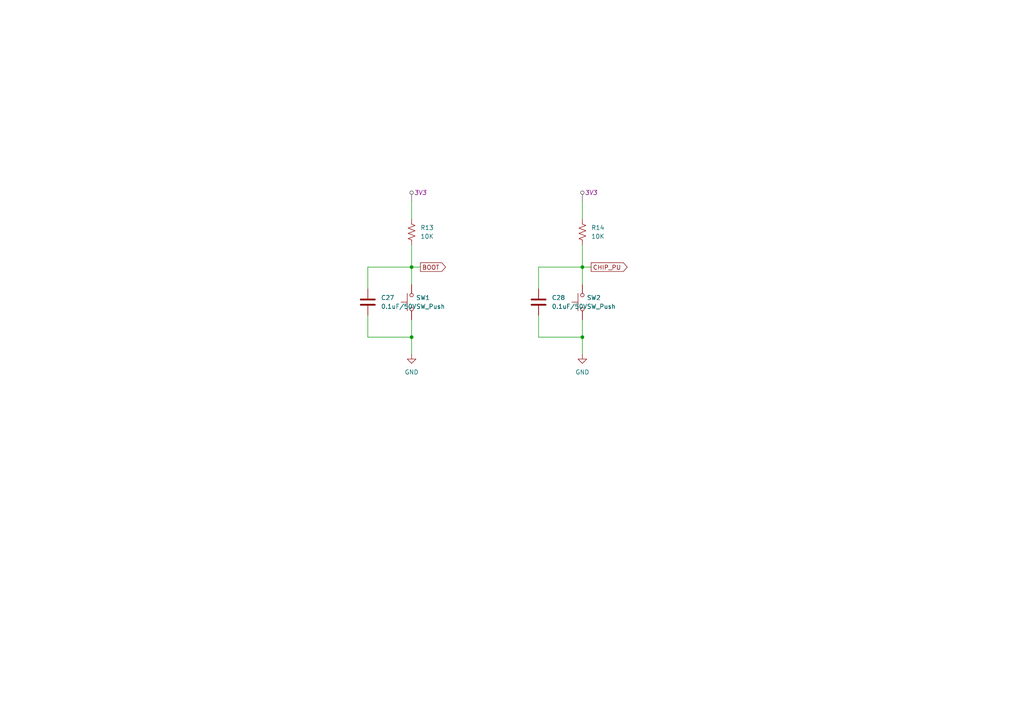
<source format=kicad_sch>
(kicad_sch
	(version 20231120)
	(generator "eeschema")
	(generator_version "8.0")
	(uuid "62afb79c-ec6f-44e6-8304-5cfd00fe9300")
	(paper "A4")
	(lib_symbols
		(symbol "Device:C"
			(pin_numbers hide)
			(pin_names
				(offset 0.254)
			)
			(exclude_from_sim no)
			(in_bom yes)
			(on_board yes)
			(property "Reference" "C"
				(at 0.635 2.54 0)
				(effects
					(font
						(size 1.27 1.27)
					)
					(justify left)
				)
			)
			(property "Value" "C"
				(at 0.635 -2.54 0)
				(effects
					(font
						(size 1.27 1.27)
					)
					(justify left)
				)
			)
			(property "Footprint" ""
				(at 0.9652 -3.81 0)
				(effects
					(font
						(size 1.27 1.27)
					)
					(hide yes)
				)
			)
			(property "Datasheet" "~"
				(at 0 0 0)
				(effects
					(font
						(size 1.27 1.27)
					)
					(hide yes)
				)
			)
			(property "Description" "Unpolarized capacitor"
				(at 0 0 0)
				(effects
					(font
						(size 1.27 1.27)
					)
					(hide yes)
				)
			)
			(property "ki_keywords" "cap capacitor"
				(at 0 0 0)
				(effects
					(font
						(size 1.27 1.27)
					)
					(hide yes)
				)
			)
			(property "ki_fp_filters" "C_*"
				(at 0 0 0)
				(effects
					(font
						(size 1.27 1.27)
					)
					(hide yes)
				)
			)
			(symbol "C_0_1"
				(polyline
					(pts
						(xy -2.032 -0.762) (xy 2.032 -0.762)
					)
					(stroke
						(width 0.508)
						(type default)
					)
					(fill
						(type none)
					)
				)
				(polyline
					(pts
						(xy -2.032 0.762) (xy 2.032 0.762)
					)
					(stroke
						(width 0.508)
						(type default)
					)
					(fill
						(type none)
					)
				)
			)
			(symbol "C_1_1"
				(pin passive line
					(at 0 3.81 270)
					(length 2.794)
					(name "~"
						(effects
							(font
								(size 1.27 1.27)
							)
						)
					)
					(number "1"
						(effects
							(font
								(size 1.27 1.27)
							)
						)
					)
				)
				(pin passive line
					(at 0 -3.81 90)
					(length 2.794)
					(name "~"
						(effects
							(font
								(size 1.27 1.27)
							)
						)
					)
					(number "2"
						(effects
							(font
								(size 1.27 1.27)
							)
						)
					)
				)
			)
		)
		(symbol "Device:R_US"
			(pin_numbers hide)
			(pin_names
				(offset 0)
			)
			(exclude_from_sim no)
			(in_bom yes)
			(on_board yes)
			(property "Reference" "R"
				(at 2.54 0 90)
				(effects
					(font
						(size 1.27 1.27)
					)
				)
			)
			(property "Value" "R_US"
				(at -2.54 0 90)
				(effects
					(font
						(size 1.27 1.27)
					)
				)
			)
			(property "Footprint" ""
				(at 1.016 -0.254 90)
				(effects
					(font
						(size 1.27 1.27)
					)
					(hide yes)
				)
			)
			(property "Datasheet" "~"
				(at 0 0 0)
				(effects
					(font
						(size 1.27 1.27)
					)
					(hide yes)
				)
			)
			(property "Description" "Resistor, US symbol"
				(at 0 0 0)
				(effects
					(font
						(size 1.27 1.27)
					)
					(hide yes)
				)
			)
			(property "ki_keywords" "R res resistor"
				(at 0 0 0)
				(effects
					(font
						(size 1.27 1.27)
					)
					(hide yes)
				)
			)
			(property "ki_fp_filters" "R_*"
				(at 0 0 0)
				(effects
					(font
						(size 1.27 1.27)
					)
					(hide yes)
				)
			)
			(symbol "R_US_0_1"
				(polyline
					(pts
						(xy 0 -2.286) (xy 0 -2.54)
					)
					(stroke
						(width 0)
						(type default)
					)
					(fill
						(type none)
					)
				)
				(polyline
					(pts
						(xy 0 2.286) (xy 0 2.54)
					)
					(stroke
						(width 0)
						(type default)
					)
					(fill
						(type none)
					)
				)
				(polyline
					(pts
						(xy 0 -0.762) (xy 1.016 -1.143) (xy 0 -1.524) (xy -1.016 -1.905) (xy 0 -2.286)
					)
					(stroke
						(width 0)
						(type default)
					)
					(fill
						(type none)
					)
				)
				(polyline
					(pts
						(xy 0 0.762) (xy 1.016 0.381) (xy 0 0) (xy -1.016 -0.381) (xy 0 -0.762)
					)
					(stroke
						(width 0)
						(type default)
					)
					(fill
						(type none)
					)
				)
				(polyline
					(pts
						(xy 0 2.286) (xy 1.016 1.905) (xy 0 1.524) (xy -1.016 1.143) (xy 0 0.762)
					)
					(stroke
						(width 0)
						(type default)
					)
					(fill
						(type none)
					)
				)
			)
			(symbol "R_US_1_1"
				(pin passive line
					(at 0 3.81 270)
					(length 1.27)
					(name "~"
						(effects
							(font
								(size 1.27 1.27)
							)
						)
					)
					(number "1"
						(effects
							(font
								(size 1.27 1.27)
							)
						)
					)
				)
				(pin passive line
					(at 0 -3.81 90)
					(length 1.27)
					(name "~"
						(effects
							(font
								(size 1.27 1.27)
							)
						)
					)
					(number "2"
						(effects
							(font
								(size 1.27 1.27)
							)
						)
					)
				)
			)
		)
		(symbol "Switch:SW_Push"
			(pin_numbers hide)
			(pin_names
				(offset 1.016) hide)
			(exclude_from_sim no)
			(in_bom yes)
			(on_board yes)
			(property "Reference" "SW"
				(at 1.27 2.54 0)
				(effects
					(font
						(size 1.27 1.27)
					)
					(justify left)
				)
			)
			(property "Value" "SW_Push"
				(at 0 -1.524 0)
				(effects
					(font
						(size 1.27 1.27)
					)
				)
			)
			(property "Footprint" ""
				(at 0 5.08 0)
				(effects
					(font
						(size 1.27 1.27)
					)
					(hide yes)
				)
			)
			(property "Datasheet" "~"
				(at 0 5.08 0)
				(effects
					(font
						(size 1.27 1.27)
					)
					(hide yes)
				)
			)
			(property "Description" "Push button switch, generic, two pins"
				(at 0 0 0)
				(effects
					(font
						(size 1.27 1.27)
					)
					(hide yes)
				)
			)
			(property "ki_keywords" "switch normally-open pushbutton push-button"
				(at 0 0 0)
				(effects
					(font
						(size 1.27 1.27)
					)
					(hide yes)
				)
			)
			(symbol "SW_Push_0_1"
				(circle
					(center -2.032 0)
					(radius 0.508)
					(stroke
						(width 0)
						(type default)
					)
					(fill
						(type none)
					)
				)
				(polyline
					(pts
						(xy 0 1.27) (xy 0 3.048)
					)
					(stroke
						(width 0)
						(type default)
					)
					(fill
						(type none)
					)
				)
				(polyline
					(pts
						(xy 2.54 1.27) (xy -2.54 1.27)
					)
					(stroke
						(width 0)
						(type default)
					)
					(fill
						(type none)
					)
				)
				(circle
					(center 2.032 0)
					(radius 0.508)
					(stroke
						(width 0)
						(type default)
					)
					(fill
						(type none)
					)
				)
				(pin passive line
					(at -5.08 0 0)
					(length 2.54)
					(name "1"
						(effects
							(font
								(size 1.27 1.27)
							)
						)
					)
					(number "1"
						(effects
							(font
								(size 1.27 1.27)
							)
						)
					)
				)
				(pin passive line
					(at 5.08 0 180)
					(length 2.54)
					(name "2"
						(effects
							(font
								(size 1.27 1.27)
							)
						)
					)
					(number "2"
						(effects
							(font
								(size 1.27 1.27)
							)
						)
					)
				)
			)
		)
		(symbol "power:GND"
			(power)
			(pin_numbers hide)
			(pin_names
				(offset 0) hide)
			(exclude_from_sim no)
			(in_bom yes)
			(on_board yes)
			(property "Reference" "#PWR"
				(at 0 -6.35 0)
				(effects
					(font
						(size 1.27 1.27)
					)
					(hide yes)
				)
			)
			(property "Value" "GND"
				(at 0 -3.81 0)
				(effects
					(font
						(size 1.27 1.27)
					)
				)
			)
			(property "Footprint" ""
				(at 0 0 0)
				(effects
					(font
						(size 1.27 1.27)
					)
					(hide yes)
				)
			)
			(property "Datasheet" ""
				(at 0 0 0)
				(effects
					(font
						(size 1.27 1.27)
					)
					(hide yes)
				)
			)
			(property "Description" "Power symbol creates a global label with name \"GND\" , ground"
				(at 0 0 0)
				(effects
					(font
						(size 1.27 1.27)
					)
					(hide yes)
				)
			)
			(property "ki_keywords" "global power"
				(at 0 0 0)
				(effects
					(font
						(size 1.27 1.27)
					)
					(hide yes)
				)
			)
			(symbol "GND_0_1"
				(polyline
					(pts
						(xy 0 0) (xy 0 -1.27) (xy 1.27 -1.27) (xy 0 -2.54) (xy -1.27 -1.27) (xy 0 -1.27)
					)
					(stroke
						(width 0)
						(type default)
					)
					(fill
						(type none)
					)
				)
			)
			(symbol "GND_1_1"
				(pin power_in line
					(at 0 0 270)
					(length 0)
					(name "~"
						(effects
							(font
								(size 1.27 1.27)
							)
						)
					)
					(number "1"
						(effects
							(font
								(size 1.27 1.27)
							)
						)
					)
				)
			)
		)
	)
	(junction
		(at 168.91 97.79)
		(diameter 0)
		(color 0 0 0 0)
		(uuid "4d91b449-b304-49c0-a24e-75a656c336c1")
	)
	(junction
		(at 119.38 97.79)
		(diameter 0)
		(color 0 0 0 0)
		(uuid "576a8018-a566-4439-b281-c0c19e3221eb")
	)
	(junction
		(at 168.91 77.47)
		(diameter 0)
		(color 0 0 0 0)
		(uuid "845cb1f8-cdae-4344-b3bf-28435fd35132")
	)
	(junction
		(at 119.38 77.47)
		(diameter 0)
		(color 0 0 0 0)
		(uuid "f294ba0e-a2ea-41d0-b477-90a844b52bf0")
	)
	(wire
		(pts
			(xy 119.38 58.42) (xy 119.38 63.5)
		)
		(stroke
			(width 0)
			(type default)
		)
		(uuid "0e444209-2e25-41b4-a0ed-f6e58570a8e0")
	)
	(wire
		(pts
			(xy 168.91 71.12) (xy 168.91 77.47)
		)
		(stroke
			(width 0)
			(type default)
		)
		(uuid "12a18624-8f5c-4500-801c-396da8df9db6")
	)
	(wire
		(pts
			(xy 119.38 97.79) (xy 119.38 102.87)
		)
		(stroke
			(width 0)
			(type default)
		)
		(uuid "22a89f90-c2d0-483a-800e-f41bfd12bae5")
	)
	(wire
		(pts
			(xy 168.91 92.71) (xy 168.91 97.79)
		)
		(stroke
			(width 0)
			(type default)
		)
		(uuid "25a20a48-fda1-4dd5-866f-0dcc615fc955")
	)
	(wire
		(pts
			(xy 106.68 91.44) (xy 106.68 97.79)
		)
		(stroke
			(width 0)
			(type default)
		)
		(uuid "2d1e9e92-80b6-4a44-a62f-00804b4b1e3a")
	)
	(wire
		(pts
			(xy 119.38 71.12) (xy 119.38 77.47)
		)
		(stroke
			(width 0)
			(type default)
		)
		(uuid "3d405225-bb26-48f0-b2c2-1ee7e95df902")
	)
	(wire
		(pts
			(xy 121.92 77.47) (xy 119.38 77.47)
		)
		(stroke
			(width 0)
			(type default)
		)
		(uuid "430f8ade-13f2-4dae-beba-0438016e5f80")
	)
	(wire
		(pts
			(xy 106.68 77.47) (xy 106.68 83.82)
		)
		(stroke
			(width 0)
			(type default)
		)
		(uuid "4d2a06e8-02cd-4194-b92b-4ed91c6a9edc")
	)
	(wire
		(pts
			(xy 119.38 77.47) (xy 106.68 77.47)
		)
		(stroke
			(width 0)
			(type default)
		)
		(uuid "61b3eb6a-911d-457d-9bbe-7817ff093c21")
	)
	(wire
		(pts
			(xy 119.38 92.71) (xy 119.38 97.79)
		)
		(stroke
			(width 0)
			(type default)
		)
		(uuid "7dd87d8f-f241-4ed5-9757-9f9cc4cb7f8b")
	)
	(wire
		(pts
			(xy 168.91 97.79) (xy 168.91 102.87)
		)
		(stroke
			(width 0)
			(type default)
		)
		(uuid "8037f68d-3ed1-431d-a0da-f29b6493043b")
	)
	(wire
		(pts
			(xy 119.38 77.47) (xy 119.38 82.55)
		)
		(stroke
			(width 0)
			(type default)
		)
		(uuid "99c09fe4-21cf-4f50-b21a-e5d57fa4f71c")
	)
	(wire
		(pts
			(xy 171.45 77.47) (xy 168.91 77.47)
		)
		(stroke
			(width 0)
			(type default)
		)
		(uuid "a829b9d5-751d-4d87-9ae9-13a77cfbcc2b")
	)
	(wire
		(pts
			(xy 156.21 77.47) (xy 156.21 83.82)
		)
		(stroke
			(width 0)
			(type default)
		)
		(uuid "c1dfa57f-3467-4d40-954e-ecab5aa10c8b")
	)
	(wire
		(pts
			(xy 156.21 91.44) (xy 156.21 97.79)
		)
		(stroke
			(width 0)
			(type default)
		)
		(uuid "d2da9143-89c8-4995-9961-e558c9a2dcd4")
	)
	(wire
		(pts
			(xy 168.91 77.47) (xy 168.91 82.55)
		)
		(stroke
			(width 0)
			(type default)
		)
		(uuid "d402667a-716b-429a-ba0d-869c2179afc3")
	)
	(wire
		(pts
			(xy 168.91 58.42) (xy 168.91 63.5)
		)
		(stroke
			(width 0)
			(type default)
		)
		(uuid "da0ab31c-86ec-48fa-a704-f322929b10b3")
	)
	(wire
		(pts
			(xy 156.21 97.79) (xy 168.91 97.79)
		)
		(stroke
			(width 0)
			(type default)
		)
		(uuid "dd83b037-b716-4aa0-b87c-5f2a94020d03")
	)
	(wire
		(pts
			(xy 168.91 77.47) (xy 156.21 77.47)
		)
		(stroke
			(width 0)
			(type default)
		)
		(uuid "e28f6958-56d3-4576-ae39-fe0aba76ed79")
	)
	(wire
		(pts
			(xy 106.68 97.79) (xy 119.38 97.79)
		)
		(stroke
			(width 0)
			(type default)
		)
		(uuid "fb556009-d305-4433-9155-ea94f61bf002")
	)
	(global_label "CHIP_PU"
		(shape output)
		(at 171.45 77.47 0)
		(fields_autoplaced yes)
		(effects
			(font
				(size 1.27 1.27)
			)
			(justify left)
		)
		(uuid "378b5b13-353a-4eaa-b260-c45f94e1b450")
		(property "Intersheetrefs" "${INTERSHEET_REFS}"
			(at 182.4786 77.47 0)
			(effects
				(font
					(size 1.27 1.27)
				)
				(justify left)
				(hide yes)
			)
		)
	)
	(global_label "BOOT"
		(shape output)
		(at 121.92 77.47 0)
		(fields_autoplaced yes)
		(effects
			(font
				(size 1.27 1.27)
			)
			(justify left)
		)
		(uuid "4d6e3c09-a247-4222-b225-f4b1cba69f52")
		(property "Intersheetrefs" "${INTERSHEET_REFS}"
			(at 129.8038 77.47 0)
			(effects
				(font
					(size 1.27 1.27)
				)
				(justify left)
				(hide yes)
			)
		)
	)
	(netclass_flag ""
		(length 2.54)
		(shape round)
		(at 119.38 58.42 0)
		(fields_autoplaced yes)
		(effects
			(font
				(size 1.27 1.27)
			)
			(justify left bottom)
		)
		(uuid "794f1340-70ef-4f65-9f3c-9eab111383e5")
		(property "Netclass" "3V3"
			(at 120.0785 55.88 0)
			(effects
				(font
					(size 1.27 1.27)
					(italic yes)
				)
				(justify left)
			)
		)
	)
	(netclass_flag ""
		(length 2.54)
		(shape round)
		(at 168.91 58.42 0)
		(fields_autoplaced yes)
		(effects
			(font
				(size 1.27 1.27)
			)
			(justify left bottom)
		)
		(uuid "ed415fc9-718e-467d-8553-28460ce1c311")
		(property "Netclass" "3V3"
			(at 169.6085 55.88 0)
			(effects
				(font
					(size 1.27 1.27)
					(italic yes)
				)
				(justify left)
			)
		)
	)
	(symbol
		(lib_id "Device:R_US")
		(at 168.91 67.31 0)
		(unit 1)
		(exclude_from_sim no)
		(in_bom yes)
		(on_board yes)
		(dnp no)
		(fields_autoplaced yes)
		(uuid "174e3f06-e1a8-4ff0-86f2-cf5287a8704a")
		(property "Reference" "R14"
			(at 171.45 66.0399 0)
			(effects
				(font
					(size 1.27 1.27)
				)
				(justify left)
			)
		)
		(property "Value" "10K"
			(at 171.45 68.5799 0)
			(effects
				(font
					(size 1.27 1.27)
				)
				(justify left)
			)
		)
		(property "Footprint" ""
			(at 169.926 67.564 90)
			(effects
				(font
					(size 1.27 1.27)
				)
				(hide yes)
			)
		)
		(property "Datasheet" "~"
			(at 168.91 67.31 0)
			(effects
				(font
					(size 1.27 1.27)
				)
				(hide yes)
			)
		)
		(property "Description" "Resistor, US symbol"
			(at 168.91 67.31 0)
			(effects
				(font
					(size 1.27 1.27)
				)
				(hide yes)
			)
		)
		(pin "1"
			(uuid "8db557e3-0379-478b-9392-92ba60392cc0")
		)
		(pin "2"
			(uuid "74cd4a75-6d13-4263-ae24-bc6192c80979")
		)
		(instances
			(project "sdr"
				(path "/e4d3289e-0ccf-4dc8-988c-0c08b099df28/df26cf82-3870-45fe-a45c-5c84434de295"
					(reference "R14")
					(unit 1)
				)
			)
		)
	)
	(symbol
		(lib_id "Device:C")
		(at 156.21 87.63 0)
		(unit 1)
		(exclude_from_sim no)
		(in_bom yes)
		(on_board yes)
		(dnp no)
		(fields_autoplaced yes)
		(uuid "4418019e-3a4a-4e64-81c1-d19992b55234")
		(property "Reference" "C28"
			(at 160.02 86.3599 0)
			(effects
				(font
					(size 1.27 1.27)
				)
				(justify left)
			)
		)
		(property "Value" "0.1uF/50V"
			(at 160.02 88.8999 0)
			(effects
				(font
					(size 1.27 1.27)
				)
				(justify left)
			)
		)
		(property "Footprint" ""
			(at 157.1752 91.44 0)
			(effects
				(font
					(size 1.27 1.27)
				)
				(hide yes)
			)
		)
		(property "Datasheet" "~"
			(at 156.21 87.63 0)
			(effects
				(font
					(size 1.27 1.27)
				)
				(hide yes)
			)
		)
		(property "Description" "Unpolarized capacitor"
			(at 156.21 87.63 0)
			(effects
				(font
					(size 1.27 1.27)
				)
				(hide yes)
			)
		)
		(pin "2"
			(uuid "3a8c891a-535c-4b2e-b7ab-e748d4f5fd23")
		)
		(pin "1"
			(uuid "0d27d349-83f6-412e-8497-ea5a835d471b")
		)
		(instances
			(project "sdr"
				(path "/e4d3289e-0ccf-4dc8-988c-0c08b099df28/df26cf82-3870-45fe-a45c-5c84434de295"
					(reference "C28")
					(unit 1)
				)
			)
		)
	)
	(symbol
		(lib_id "Switch:SW_Push")
		(at 168.91 87.63 90)
		(unit 1)
		(exclude_from_sim no)
		(in_bom yes)
		(on_board yes)
		(dnp no)
		(fields_autoplaced yes)
		(uuid "48b87f64-c061-4598-94c5-787f24c494e9")
		(property "Reference" "SW2"
			(at 170.18 86.3599 90)
			(effects
				(font
					(size 1.27 1.27)
				)
				(justify right)
			)
		)
		(property "Value" "SW_Push"
			(at 170.18 88.8999 90)
			(effects
				(font
					(size 1.27 1.27)
				)
				(justify right)
			)
		)
		(property "Footprint" ""
			(at 163.83 87.63 0)
			(effects
				(font
					(size 1.27 1.27)
				)
				(hide yes)
			)
		)
		(property "Datasheet" "~"
			(at 163.83 87.63 0)
			(effects
				(font
					(size 1.27 1.27)
				)
				(hide yes)
			)
		)
		(property "Description" "Push button switch, generic, two pins"
			(at 168.91 87.63 0)
			(effects
				(font
					(size 1.27 1.27)
				)
				(hide yes)
			)
		)
		(pin "1"
			(uuid "4667e35a-227e-4f56-a09e-6501cee49248")
		)
		(pin "2"
			(uuid "eaf4bd6a-3e34-4684-96ea-d131f5bfb9bd")
		)
		(instances
			(project "sdr"
				(path "/e4d3289e-0ccf-4dc8-988c-0c08b099df28/df26cf82-3870-45fe-a45c-5c84434de295"
					(reference "SW2")
					(unit 1)
				)
			)
		)
	)
	(symbol
		(lib_id "power:GND")
		(at 168.91 102.87 0)
		(unit 1)
		(exclude_from_sim no)
		(in_bom yes)
		(on_board yes)
		(dnp no)
		(fields_autoplaced yes)
		(uuid "93c37bdf-91b4-4f04-aa53-268651319957")
		(property "Reference" "#PWR028"
			(at 168.91 109.22 0)
			(effects
				(font
					(size 1.27 1.27)
				)
				(hide yes)
			)
		)
		(property "Value" "GND"
			(at 168.91 107.95 0)
			(effects
				(font
					(size 1.27 1.27)
				)
			)
		)
		(property "Footprint" ""
			(at 168.91 102.87 0)
			(effects
				(font
					(size 1.27 1.27)
				)
				(hide yes)
			)
		)
		(property "Datasheet" ""
			(at 168.91 102.87 0)
			(effects
				(font
					(size 1.27 1.27)
				)
				(hide yes)
			)
		)
		(property "Description" "Power symbol creates a global label with name \"GND\" , ground"
			(at 168.91 102.87 0)
			(effects
				(font
					(size 1.27 1.27)
				)
				(hide yes)
			)
		)
		(pin "1"
			(uuid "cd8d85b8-e6ff-4ffc-b68e-9ddd8a72025b")
		)
		(instances
			(project "sdr"
				(path "/e4d3289e-0ccf-4dc8-988c-0c08b099df28/df26cf82-3870-45fe-a45c-5c84434de295"
					(reference "#PWR028")
					(unit 1)
				)
			)
		)
	)
	(symbol
		(lib_id "Device:C")
		(at 106.68 87.63 0)
		(unit 1)
		(exclude_from_sim no)
		(in_bom yes)
		(on_board yes)
		(dnp no)
		(fields_autoplaced yes)
		(uuid "94b16584-b570-476c-ae73-10ef99f0deea")
		(property "Reference" "C27"
			(at 110.49 86.3599 0)
			(effects
				(font
					(size 1.27 1.27)
				)
				(justify left)
			)
		)
		(property "Value" "0.1uF/50V"
			(at 110.49 88.8999 0)
			(effects
				(font
					(size 1.27 1.27)
				)
				(justify left)
			)
		)
		(property "Footprint" ""
			(at 107.6452 91.44 0)
			(effects
				(font
					(size 1.27 1.27)
				)
				(hide yes)
			)
		)
		(property "Datasheet" "~"
			(at 106.68 87.63 0)
			(effects
				(font
					(size 1.27 1.27)
				)
				(hide yes)
			)
		)
		(property "Description" "Unpolarized capacitor"
			(at 106.68 87.63 0)
			(effects
				(font
					(size 1.27 1.27)
				)
				(hide yes)
			)
		)
		(pin "2"
			(uuid "24880525-0d17-4bcd-91ce-aa98e060fa6b")
		)
		(pin "1"
			(uuid "805e0025-93cf-4bdd-9865-bd0da15e522e")
		)
		(instances
			(project ""
				(path "/e4d3289e-0ccf-4dc8-988c-0c08b099df28/df26cf82-3870-45fe-a45c-5c84434de295"
					(reference "C27")
					(unit 1)
				)
			)
		)
	)
	(symbol
		(lib_id "Device:R_US")
		(at 119.38 67.31 0)
		(unit 1)
		(exclude_from_sim no)
		(in_bom yes)
		(on_board yes)
		(dnp no)
		(fields_autoplaced yes)
		(uuid "9dedec33-0f3d-40fa-ae0a-26b74632e3d9")
		(property "Reference" "R13"
			(at 121.92 66.0399 0)
			(effects
				(font
					(size 1.27 1.27)
				)
				(justify left)
			)
		)
		(property "Value" "10K"
			(at 121.92 68.5799 0)
			(effects
				(font
					(size 1.27 1.27)
				)
				(justify left)
			)
		)
		(property "Footprint" ""
			(at 120.396 67.564 90)
			(effects
				(font
					(size 1.27 1.27)
				)
				(hide yes)
			)
		)
		(property "Datasheet" "~"
			(at 119.38 67.31 0)
			(effects
				(font
					(size 1.27 1.27)
				)
				(hide yes)
			)
		)
		(property "Description" "Resistor, US symbol"
			(at 119.38 67.31 0)
			(effects
				(font
					(size 1.27 1.27)
				)
				(hide yes)
			)
		)
		(pin "1"
			(uuid "0c8647c9-32d9-40aa-8287-03b61d2e680d")
		)
		(pin "2"
			(uuid "8ce048f5-1108-4904-b2a6-bc5c84c449f9")
		)
		(instances
			(project ""
				(path "/e4d3289e-0ccf-4dc8-988c-0c08b099df28/df26cf82-3870-45fe-a45c-5c84434de295"
					(reference "R13")
					(unit 1)
				)
			)
		)
	)
	(symbol
		(lib_id "Switch:SW_Push")
		(at 119.38 87.63 90)
		(unit 1)
		(exclude_from_sim no)
		(in_bom yes)
		(on_board yes)
		(dnp no)
		(fields_autoplaced yes)
		(uuid "cf0cb166-6dfb-42ac-8961-2654e3ab470c")
		(property "Reference" "SW1"
			(at 120.65 86.3599 90)
			(effects
				(font
					(size 1.27 1.27)
				)
				(justify right)
			)
		)
		(property "Value" "SW_Push"
			(at 120.65 88.8999 90)
			(effects
				(font
					(size 1.27 1.27)
				)
				(justify right)
			)
		)
		(property "Footprint" ""
			(at 114.3 87.63 0)
			(effects
				(font
					(size 1.27 1.27)
				)
				(hide yes)
			)
		)
		(property "Datasheet" "~"
			(at 114.3 87.63 0)
			(effects
				(font
					(size 1.27 1.27)
				)
				(hide yes)
			)
		)
		(property "Description" "Push button switch, generic, two pins"
			(at 119.38 87.63 0)
			(effects
				(font
					(size 1.27 1.27)
				)
				(hide yes)
			)
		)
		(pin "1"
			(uuid "cf6c236e-24f9-4049-b1aa-df61c599801f")
		)
		(pin "2"
			(uuid "0edba6ef-9c06-4f83-be2e-415e1c85713e")
		)
		(instances
			(project ""
				(path "/e4d3289e-0ccf-4dc8-988c-0c08b099df28/df26cf82-3870-45fe-a45c-5c84434de295"
					(reference "SW1")
					(unit 1)
				)
			)
		)
	)
	(symbol
		(lib_id "power:GND")
		(at 119.38 102.87 0)
		(unit 1)
		(exclude_from_sim no)
		(in_bom yes)
		(on_board yes)
		(dnp no)
		(fields_autoplaced yes)
		(uuid "ee61da23-cfa5-4214-b44f-08fbecb43128")
		(property "Reference" "#PWR027"
			(at 119.38 109.22 0)
			(effects
				(font
					(size 1.27 1.27)
				)
				(hide yes)
			)
		)
		(property "Value" "GND"
			(at 119.38 107.95 0)
			(effects
				(font
					(size 1.27 1.27)
				)
			)
		)
		(property "Footprint" ""
			(at 119.38 102.87 0)
			(effects
				(font
					(size 1.27 1.27)
				)
				(hide yes)
			)
		)
		(property "Datasheet" ""
			(at 119.38 102.87 0)
			(effects
				(font
					(size 1.27 1.27)
				)
				(hide yes)
			)
		)
		(property "Description" "Power symbol creates a global label with name \"GND\" , ground"
			(at 119.38 102.87 0)
			(effects
				(font
					(size 1.27 1.27)
				)
				(hide yes)
			)
		)
		(pin "1"
			(uuid "ad9812f3-302a-4209-9faa-7594483ff2ff")
		)
		(instances
			(project ""
				(path "/e4d3289e-0ccf-4dc8-988c-0c08b099df28/df26cf82-3870-45fe-a45c-5c84434de295"
					(reference "#PWR027")
					(unit 1)
				)
			)
		)
	)
)

</source>
